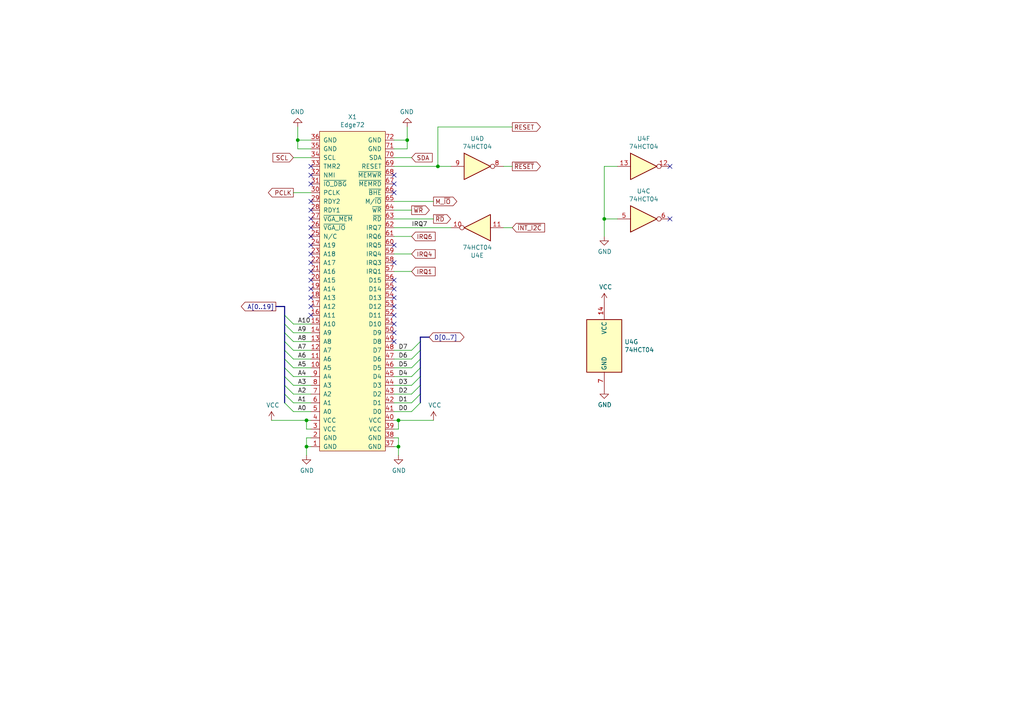
<source format=kicad_sch>
(kicad_sch (version 20230121) (generator eeschema)
  (paper "A4")
  (title_block (title "Mini8086 I/O board") (date "2020-11-05") (rev "1.2"))
  (lib_symbols
    (symbol "74xx:74HC04"
      (property "Reference" "U" (at 0 1.27 0))
      (property "Value" "74HC04" (at 0 -1.27 0))
      (symbol "74HC04_1_0"
        (polyline (pts (xy -3.81 3.81) (xy -3.81 -3.81) (xy 3.81 0) (xy -3.81 3.81)) (stroke (width 0.254)) (fill (type background)))
        (pin input line (at -7.62 0 0) (length 3.81) (name "~") (number "1"))
        (pin output inverted (at 7.62 0 180) (length 3.81) (name "~") (number "2"))
      )
      (symbol "74HC04_2_0"
        (polyline (pts (xy -3.81 3.81) (xy -3.81 -3.81) (xy 3.81 0) (xy -3.81 3.81)) (stroke (width 0.254)) (fill (type background)))
        (pin input line (at -7.62 0 0) (length 3.81) (name "~") (number "3"))
        (pin output inverted (at 7.62 0 180) (length 3.81) (name "~") (number "4"))
      )
      (symbol "74HC04_3_0"
        (polyline (pts (xy -3.81 3.81) (xy -3.81 -3.81) (xy 3.81 0) (xy -3.81 3.81)) (stroke (width 0.254)) (fill (type background)))
        (pin input line (at -7.62 0 0) (length 3.81) (name "~") (number "5"))
        (pin output inverted (at 7.62 0 180) (length 3.81) (name "~") (number "6"))
      )
      (symbol "74HC04_4_0"
        (polyline (pts (xy -3.81 3.81) (xy -3.81 -3.81) (xy 3.81 0) (xy -3.81 3.81)) (stroke (width 0.254)) (fill (type background)))
        (pin output inverted (at 7.62 0 180) (length 3.81) (name "~") (number "8"))
        (pin input line (at -7.62 0 0) (length 3.81) (name "~") (number "9"))
      )
      (symbol "74HC04_5_0"
        (polyline (pts (xy -3.81 3.81) (xy -3.81 -3.81) (xy 3.81 0) (xy -3.81 3.81)) (stroke (width 0.254)) (fill (type background)))
        (pin output inverted (at 7.62 0 180) (length 3.81) (name "~") (number "10"))
        (pin input line (at -7.62 0 0) (length 3.81) (name "~") (number "11"))
      )
      (symbol "74HC04_6_0"
        (polyline (pts (xy -3.81 3.81) (xy -3.81 -3.81) (xy 3.81 0) (xy -3.81 3.81)) (stroke (width 0.254)) (fill (type background)))
        (pin output inverted (at 7.62 0 180) (length 3.81) (name "~") (number "12"))
        (pin input line (at -7.62 0 0) (length 3.81) (name "~") (number "13"))
      )
      (symbol "74HC04_7_0"
        (pin power_in line (at 0 12.7 270) (length 5.08) (name "VCC") (number "14"))
        (pin power_in line (at 0 -12.7 90) (length 5.08) (name "GND") (number "7"))
      )
      (symbol "74HC04_7_1"
        (rectangle (start -5.08 7.62) (end 5.08 -7.62) (stroke (width 0.254)) (fill (type background)))
      )
    )
    (symbol "74xx:74HCT04"
      (property "Reference" "U" (at 0 1.27 0))
      (property "Value" "74HCT04" (at 0 -1.27 0))
      (symbol "74HCT04_1_0"
        (polyline (pts (xy -3.81 3.81) (xy -3.81 -3.81) (xy 3.81 0) (xy -3.81 3.81)) (stroke (width 0.254)) (fill (type background)))
        (pin input line (at -7.62 0 0) (length 3.81) (name "~") (number "1"))
        (pin output inverted (at 7.62 0 180) (length 3.81) (name "~") (number "2"))
      )
      (symbol "74HCT04_2_0"
        (polyline (pts (xy -3.81 3.81) (xy -3.81 -3.81) (xy 3.81 0) (xy -3.81 3.81)) (stroke (width 0.254)) (fill (type background)))
        (pin input line (at -7.62 0 0) (length 3.81) (name "~") (number "3"))
        (pin output inverted (at 7.62 0 180) (length 3.81) (name "~") (number "4"))
      )
      (symbol "74HCT04_3_0"
        (polyline (pts (xy -3.81 3.81) (xy -3.81 -3.81) (xy 3.81 0) (xy -3.81 3.81)) (stroke (width 0.254)) (fill (type background)))
        (pin input line (at -7.62 0 0) (length 3.81) (name "~") (number "5"))
        (pin output inverted (at 7.62 0 180) (length 3.81) (name "~") (number "6"))
      )
      (symbol "74HCT04_4_0"
        (polyline (pts (xy -3.81 3.81) (xy -3.81 -3.81) (xy 3.81 0) (xy -3.81 3.81)) (stroke (width 0.254)) (fill (type background)))
        (pin output inverted (at 7.62 0 180) (length 3.81) (name "~") (number "8"))
        (pin input line (at -7.62 0 0) (length 3.81) (name "~") (number "9"))
      )
      (symbol "74HCT04_5_0"
        (polyline (pts (xy -3.81 3.81) (xy -3.81 -3.81) (xy 3.81 0) (xy -3.81 3.81)) (stroke (width 0.254)) (fill (type background)))
        (pin output inverted (at 7.62 0 180) (length 3.81) (name "~") (number "10"))
        (pin input line (at -7.62 0 0) (length 3.81) (name "~") (number "11"))
      )
      (symbol "74HCT04_6_0"
        (polyline (pts (xy -3.81 3.81) (xy -3.81 -3.81) (xy 3.81 0) (xy -3.81 3.81)) (stroke (width 0.254)) (fill (type background)))
        (pin output inverted (at 7.62 0 180) (length 3.81) (name "~") (number "12"))
        (pin input line (at -7.62 0 0) (length 3.81) (name "~") (number "13"))
      )
      (symbol "74HCT04_7_0"
        (pin power_in line (at 0 12.7 270) (length 5.08) (name "VCC") (number "14"))
        (pin power_in line (at 0 -12.7 90) (length 5.08) (name "GND") (number "7"))
      )
      (symbol "74HCT04_7_1"
        (rectangle (start -5.08 7.62) (end 5.08 -7.62) (stroke (width 0.254)) (fill (type background)))
      )
    )
    (symbol "io_board-rescue:Edge72-Mini8086" (pin_names (offset 1.016))
      (property "Reference" "X" (at 2.54 -49.53 0))
      (property "Value" "Edge72-Mini8086" (at -3.81 -49.53 0))
      (symbol "Edge72-Mini8086_0_1"
        (rectangle (start -8.89 45.72) (end 10.16 -46.99) (fill (type background)))
      )
      (symbol "Edge72-Mini8086_1_1"
        (pin passive line (at -11.43 -45.72 0) (length 2.54) (name "GND") (number "1"))
        (pin bidirectional line (at -11.43 -22.86 0) (length 2.54) (name "A5") (number "10"))
        (pin bidirectional line (at -11.43 -20.32 0) (length 2.54) (name "A6") (number "11"))
        (pin bidirectional line (at -11.43 -17.78 0) (length 2.54) (name "A7") (number "12"))
        (pin bidirectional line (at -11.43 -15.24 0) (length 2.54) (name "A8") (number "13"))
        (pin bidirectional line (at -11.43 -12.7 0) (length 2.54) (name "A9") (number "14"))
        (pin bidirectional line (at -11.43 -10.16 0) (length 2.54) (name "A10") (number "15"))
        (pin bidirectional line (at -11.43 -7.62 0) (length 2.54) (name "A11") (number "16"))
        (pin bidirectional line (at -11.43 -5.08 0) (length 2.54) (name "A12") (number "17"))
        (pin bidirectional line (at -11.43 -2.54 0) (length 2.54) (name "A13") (number "18"))
        (pin bidirectional line (at -11.43 0 0) (length 2.54) (name "A14") (number "19"))
        (pin passive line (at -11.43 -43.18 0) (length 2.54) (name "GND") (number "2"))
        (pin bidirectional line (at -11.43 2.54 0) (length 2.54) (name "A15") (number "20"))
        (pin bidirectional line (at -11.43 5.08 0) (length 2.54) (name "A16") (number "21"))
        (pin bidirectional line (at -11.43 7.62 0) (length 2.54) (name "A17") (number "22"))
        (pin bidirectional line (at -11.43 10.16 0) (length 2.54) (name "A18") (number "23"))
        (pin bidirectional line (at -11.43 12.7 0) (length 2.54) (name "A19") (number "24"))
        (pin no_connect line (at -11.43 15.24 0) (length 2.54) (name "N/C") (number "25"))
        (pin bidirectional line (at -11.43 17.78 0) (length 2.54) (name "~{VGA_IO}") (number "26"))
        (pin bidirectional line (at -11.43 20.32 0) (length 2.54) (name "~{VGA_MEM}") (number "27"))
        (pin passive line (at -11.43 22.86 0) (length 2.54) (name "RDY1") (number "28"))
        (pin passive line (at -11.43 25.4 0) (length 2.54) (name "RDY2") (number "29"))
        (pin passive line (at -11.43 -40.64 0) (length 2.54) (name "VCC") (number "3"))
        (pin passive line (at -11.43 27.94 0) (length 2.54) (name "PCLK") (number "30"))
        (pin passive line (at -11.43 30.48 0) (length 2.54) (name "~{IO_DBG}") (number "31"))
        (pin passive line (at -11.43 33.02 0) (length 2.54) (name "NMI") (number "32"))
        (pin passive line (at -11.43 35.56 0) (length 2.54) (name "TMR2") (number "33"))
        (pin passive line (at -11.43 38.1 0) (length 2.54) (name "SCL") (number "34"))
        (pin passive line (at -11.43 40.64 0) (length 2.54) (name "GND") (number "35"))
        (pin passive line (at -11.43 43.18 0) (length 2.54) (name "GND") (number "36"))
        (pin power_out line (at 12.7 -45.72 180) (length 2.54) (name "GND") (number "37"))
        (pin passive line (at 12.7 -43.18 180) (length 2.54) (name "GND") (number "38"))
        (pin power_out line (at 12.7 -40.64 180) (length 2.54) (name "VCC") (number "39"))
        (pin passive line (at -11.43 -38.1 0) (length 2.54) (name "VCC") (number "4"))
        (pin passive line (at 12.7 -38.1 180) (length 2.54) (name "VCC") (number "40"))
        (pin bidirectional line (at 12.7 -35.56 180) (length 2.54) (name "D0") (number "41"))
        (pin bidirectional line (at 12.7 -33.02 180) (length 2.54) (name "D1") (number "42"))
        (pin bidirectional line (at 12.7 -30.48 180) (length 2.54) (name "D2") (number "43"))
        (pin bidirectional line (at 12.7 -27.94 180) (length 2.54) (name "D3") (number "44"))
        (pin bidirectional line (at 12.7 -25.4 180) (length 2.54) (name "D4") (number "45"))
        (pin bidirectional line (at 12.7 -22.86 180) (length 2.54) (name "D5") (number "46"))
        (pin bidirectional line (at 12.7 -20.32 180) (length 2.54) (name "D6") (number "47"))
        (pin bidirectional line (at 12.7 -17.78 180) (length 2.54) (name "D7") (number "48"))
        (pin bidirectional line (at 12.7 -15.24 180) (length 2.54) (name "D8") (number "49"))
        (pin bidirectional line (at -11.43 -35.56 0) (length 2.54) (name "A0") (number "5"))
        (pin bidirectional line (at 12.7 -12.7 180) (length 2.54) (name "D9") (number "50"))
        (pin bidirectional line (at 12.7 -10.16 180) (length 2.54) (name "D10") (number "51"))
        (pin bidirectional line (at 12.7 -7.62 180) (length 2.54) (name "D11") (number "52"))
        (pin bidirectional line (at 12.7 -5.08 180) (length 2.54) (name "D12") (number "53"))
        (pin bidirectional line (at 12.7 -2.54 180) (length 2.54) (name "D13") (number "54"))
        (pin bidirectional line (at 12.7 0 180) (length 2.54) (name "D14") (number "55"))
        (pin bidirectional line (at 12.7 2.54 180) (length 2.54) (name "D15") (number "56"))
        (pin passive line (at 12.7 5.08 180) (length 2.54) (name "IRQ1") (number "57"))
        (pin passive line (at 12.7 7.62 180) (length 2.54) (name "IRQ3") (number "58"))
        (pin passive line (at 12.7 10.16 180) (length 2.54) (name "IRQ4") (number "59"))
        (pin bidirectional line (at -11.43 -33.02 0) (length 2.54) (name "A1") (number "6"))
        (pin passive line (at 12.7 12.7 180) (length 2.54) (name "IRQ5") (number "60"))
        (pin passive line (at 12.7 15.24 180) (length 2.54) (name "IRQ6") (number "61"))
        (pin passive line (at 12.7 17.78 180) (length 2.54) (name "IRQ7") (number "62"))
        (pin bidirectional line (at 12.7 20.32 180) (length 2.54) (name "~{RD}") (number "63"))
        (pin bidirectional line (at 12.7 22.86 180) (length 2.54) (name "~{WR}") (number "64"))
        (pin bidirectional line (at 12.7 25.4 180) (length 2.54) (name "M/~{IO}") (number "65"))
        (pin bidirectional line (at 12.7 27.94 180) (length 2.54) (name "~{BHE}") (number "66"))
        (pin bidirectional line (at 12.7 30.48 180) (length 2.54) (name "~{MEMRD}") (number "67"))
        (pin bidirectional line (at 12.7 33.02 180) (length 2.54) (name "~{MEMWR}") (number "68"))
        (pin passive line (at 12.7 35.56 180) (length 2.54) (name "RESET") (number "69"))
        (pin bidirectional line (at -11.43 -30.48 0) (length 2.54) (name "A2") (number "7"))
        (pin passive line (at 12.7 38.1 180) (length 2.54) (name "SDA") (number "70"))
        (pin passive line (at 12.7 40.64 180) (length 2.54) (name "GND") (number "71"))
        (pin passive line (at 12.7 43.18 180) (length 2.54) (name "GND") (number "72"))
        (pin bidirectional line (at -11.43 -27.94 0) (length 2.54) (name "A3") (number "8"))
        (pin bidirectional line (at -11.43 -25.4 0) (length 2.54) (name "A4") (number "9"))
      )
    )
    (symbol "power:GND" (power) (pin_names (offset 0))
      (property "Value" "GND" (at 0 -3.81 0))
      (symbol "GND_0_1"
        (polyline (pts (xy 0 0) (xy 0 -1.27) (xy 1.27 -1.27) (xy 0 -2.54) (xy -1.27 -1.27) (xy 0 -1.27)))
      )
      (symbol "GND_1_1"
        (pin power_in line (at 0 0 270) (length 0) hide (name "GND") (number "1"))
      )
    )
    (symbol "power:VCC" (power) (pin_names (offset 0))
      (property "Value" "VCC" (at 0 3.81 0))
      (symbol "VCC_0_1"
        (polyline (pts (xy -0.762 1.27) (xy 0 2.54)))
        (polyline (pts (xy 0 0) (xy 0 2.54)))
        (polyline (pts (xy 0 2.54) (xy 0.762 1.27)))
      )
      (symbol "VCC_1_1"
        (pin power_in line (at 0 0 90) (length 0) hide (name "VCC") (number "1"))
      )
    )
  )
  (junction (at 88.9 121.92))
  (junction (at 115.57 121.92))
  (junction (at 115.57 129.54))
  (junction (at 127 48.26))
  (junction (at 175.26 63.5))
  (junction (at 88.9 129.54))
  (junction (at 118.11 40.64))
  (junction (at 86.36 40.64))
  (no_connect (at 90.17 71.12))
  (no_connect (at 90.17 53.34))
  (no_connect (at 90.17 88.9))
  (no_connect (at 194.31 48.26))
  (no_connect (at 90.17 81.28))
  (no_connect (at 114.3 99.06))
  (no_connect (at 90.17 73.66))
  (no_connect (at 114.3 76.2))
  (no_connect (at 114.3 71.12))
  (no_connect (at 90.17 48.26))
  (no_connect (at 90.17 50.8))
  (no_connect (at 194.31 63.5))
  (no_connect (at 90.17 91.44))
  (no_connect (at 114.3 91.44))
  (no_connect (at 114.3 93.98))
  (no_connect (at 114.3 88.9))
  (no_connect (at 90.17 60.96))
  (no_connect (at 114.3 86.36))
  (no_connect (at 90.17 76.2))
  (no_connect (at 114.3 96.52))
  (no_connect (at 90.17 63.5))
  (no_connect (at 90.17 66.04))
  (no_connect (at 90.17 58.42))
  (no_connect (at 114.3 50.8))
  (no_connect (at 90.17 83.82))
  (no_connect (at 114.3 83.82))
  (no_connect (at 114.3 55.88))
  (no_connect (at 90.17 78.74))
  (no_connect (at 90.17 86.36))
  (no_connect (at 90.17 68.58))
  (no_connect (at 114.3 53.34))
  (no_connect (at 114.3 81.28))
  (bus_entry (at 85.09 106.68) (size -2.54 -2.54))
  (bus_entry (at 85.09 101.6) (size -2.54 -2.54))
  (bus_entry (at 85.09 104.14) (size -2.54 -2.54))
  (bus_entry (at 119.38 106.68) (size 2.54 -2.54))
  (bus_entry (at 119.38 116.84) (size 2.54 -2.54))
  (bus_entry (at 85.09 114.3) (size -2.54 -2.54))
  (bus_entry (at 119.38 111.76) (size 2.54 -2.54))
  (bus_entry (at 119.38 119.38) (size 2.54 -2.54))
  (bus_entry (at 119.38 109.22) (size 2.54 -2.54))
  (bus_entry (at 85.09 109.22) (size -2.54 -2.54))
  (bus_entry (at 85.09 116.84) (size -2.54 -2.54))
  (bus_entry (at 85.09 119.38) (size -2.54 -2.54))
  (bus_entry (at 119.38 104.14) (size 2.54 -2.54))
  (bus_entry (at 85.09 93.98) (size -2.54 -2.54))
  (bus_entry (at 119.38 101.6) (size 2.54 -2.54))
  (bus_entry (at 85.09 99.06) (size -2.54 -2.54))
  (bus_entry (at 85.09 111.76) (size -2.54 -2.54))
  (bus_entry (at 85.09 96.52) (size -2.54 -2.54))
  (bus_entry (at 119.38 114.3) (size 2.54 -2.54))
  (wire (pts (xy 90.17 93.98) (xy 85.09 93.98)))
  (wire (pts (xy 114.3 48.26) (xy 127 48.26)))
  (wire (pts (xy 148.59 36.83) (xy 127 36.83)))
  (wire (pts (xy 90.17 40.64) (xy 86.36 40.64)))
  (wire (pts (xy 119.38 101.6) (xy 114.3 101.6)))
  (wire (pts (xy 119.38 114.3) (xy 114.3 114.3)))
  (wire (pts (xy 114.3 63.5) (xy 125.73 63.5)))
  (wire (pts (xy 85.09 109.22) (xy 90.17 109.22)))
  (bus (pts (xy 82.55 88.9) (xy 80.01 88.9)))
  (wire (pts (xy 90.17 116.84) (xy 85.09 116.84)))
  (bus (pts (xy 121.92 97.79) (xy 124.46 97.79)))
  (wire (pts (xy 119.38 106.68) (xy 114.3 106.68)))
  (wire (pts (xy 114.3 43.18) (xy 118.11 43.18)))
  (wire (pts (xy 86.36 43.18) (xy 86.36 40.64)))
  (bus (pts (xy 121.92 114.3) (xy 121.92 116.84)))
  (bus (pts (xy 121.92 106.68) (xy 121.92 109.22)))
  (wire (pts (xy 85.09 99.06) (xy 90.17 99.06)))
  (wire (pts (xy 90.17 127) (xy 88.9 127)))
  (wire (pts (xy 114.3 121.92) (xy 115.57 121.92)))
  (bus (pts (xy 82.55 91.44) (xy 82.55 93.98)))
  (wire (pts (xy 88.9 121.92) (xy 88.9 124.46)))
  (wire (pts (xy 114.3 127) (xy 115.57 127)))
  (bus (pts (xy 121.92 111.76) (xy 121.92 114.3)))
  (bus (pts (xy 82.55 99.06) (xy 82.55 101.6)))
  (wire (pts (xy 85.09 114.3) (xy 90.17 114.3)))
  (wire (pts (xy 114.3 119.38) (xy 119.38 119.38)))
  (wire (pts (xy 115.57 127) (xy 115.57 129.54)))
  (wire (pts (xy 114.3 60.96) (xy 119.38 60.96)))
  (wire (pts (xy 125.73 121.92) (xy 115.57 121.92)))
  (bus (pts (xy 82.55 114.3) (xy 82.55 116.84)))
  (wire (pts (xy 85.09 104.14) (xy 90.17 104.14)))
  (bus (pts (xy 121.92 109.22) (xy 121.92 111.76)))
  (wire (pts (xy 127 36.83) (xy 127 48.26)))
  (wire (pts (xy 118.11 43.18) (xy 118.11 40.64)))
  (wire (pts (xy 179.07 63.5) (xy 175.26 63.5)))
  (bus (pts (xy 82.55 93.98) (xy 82.55 96.52)))
  (bus (pts (xy 82.55 88.9) (xy 82.55 91.44)))
  (wire (pts (xy 130.81 66.04) (xy 114.3 66.04)))
  (wire (pts (xy 90.17 121.92) (xy 88.9 121.92)))
  (wire (pts (xy 115.57 121.92) (xy 115.57 124.46)))
  (wire (pts (xy 85.09 111.76) (xy 90.17 111.76)))
  (wire (pts (xy 119.38 109.22) (xy 114.3 109.22)))
  (wire (pts (xy 90.17 129.54) (xy 88.9 129.54)))
  (bus (pts (xy 82.55 101.6) (xy 82.55 104.14)))
  (wire (pts (xy 90.17 124.46) (xy 88.9 124.46)))
  (wire (pts (xy 118.11 40.64) (xy 118.11 36.83)))
  (wire (pts (xy 85.09 106.68) (xy 90.17 106.68)))
  (wire (pts (xy 78.74 121.92) (xy 88.9 121.92)))
  (wire (pts (xy 127 48.26) (xy 130.81 48.26)))
  (wire (pts (xy 88.9 129.54) (xy 88.9 132.08)))
  (bus (pts (xy 82.55 109.22) (xy 82.55 111.76)))
  (bus (pts (xy 121.92 97.79) (xy 121.92 99.06)))
  (bus (pts (xy 82.55 106.68) (xy 82.55 109.22)))
  (bus (pts (xy 82.55 96.52) (xy 82.55 99.06)))
  (wire (pts (xy 85.09 101.6) (xy 90.17 101.6)))
  (bus (pts (xy 121.92 101.6) (xy 121.92 104.14)))
  (wire (pts (xy 114.3 40.64) (xy 118.11 40.64)))
  (wire (pts (xy 125.73 58.42) (xy 114.3 58.42)))
  (wire (pts (xy 119.38 111.76) (xy 114.3 111.76)))
  (bus (pts (xy 82.55 104.14) (xy 82.55 106.68)))
  (wire (pts (xy 86.36 40.64) (xy 86.36 36.83)))
  (wire (pts (xy 119.38 78.74) (xy 114.3 78.74)))
  (wire (pts (xy 179.07 48.26) (xy 175.26 48.26)))
  (wire (pts (xy 175.26 63.5) (xy 175.26 68.58)))
  (wire (pts (xy 175.26 48.26) (xy 175.26 63.5)))
  (wire (pts (xy 85.09 96.52) (xy 90.17 96.52)))
  (wire (pts (xy 90.17 55.88) (xy 85.09 55.88)))
  (wire (pts (xy 88.9 127) (xy 88.9 129.54)))
  (wire (pts (xy 114.3 45.72) (xy 119.38 45.72)))
  (wire (pts (xy 85.09 45.72) (xy 90.17 45.72)))
  (wire (pts (xy 90.17 119.38) (xy 85.09 119.38)))
  (wire (pts (xy 119.38 116.84) (xy 114.3 116.84)))
  (wire (pts (xy 114.3 129.54) (xy 115.57 129.54)))
  (wire (pts (xy 114.3 124.46) (xy 115.57 124.46)))
  (bus (pts (xy 82.55 111.76) (xy 82.55 114.3)))
  (wire (pts (xy 119.38 68.58) (xy 114.3 68.58)))
  (wire (pts (xy 90.17 43.18) (xy 86.36 43.18)))
  (bus (pts (xy 121.92 104.14) (xy 121.92 106.68)))
  (wire (pts (xy 119.38 104.14) (xy 114.3 104.14)))
  (bus (pts (xy 121.92 99.06) (xy 121.92 101.6)))
  (wire (pts (xy 146.05 66.04) (xy 148.59 66.04)))
  (wire (pts (xy 146.05 48.26) (xy 148.59 48.26)))
  (wire (pts (xy 115.57 129.54) (xy 115.57 132.08)))
  (wire (pts (xy 119.38 73.66) (xy 114.3 73.66)))
  (label "A4" (at 86.36 109.22 0))
  (label "A0" (at 86.36 119.38 0))
  (label "D6" (at 115.57 104.14 0))
  (label "A6" (at 86.36 104.14 0))
  (label "D5" (at 115.57 106.68 0))
  (label "A7" (at 86.36 101.6 0))
  (label "D2" (at 115.57 114.3 0))
  (label "A10" (at 86.36 93.98 0))
  (label "A9" (at 86.36 96.52 0))
  (label "A5" (at 86.36 106.68 0))
  (label "A8" (at 86.36 99.06 0))
  (label "D3" (at 115.57 111.76 0))
  (label "D4" (at 115.57 109.22 0))
  (label "D0" (at 115.57 119.38 0))
  (label "IRQ7" (at 119.38 66.04 0))
  (label "D1" (at 115.57 116.84 0))
  (label "A3" (at 86.36 111.76 0))
  (label "A2" (at 86.36 114.3 0))
  (label "A1" (at 86.36 116.84 0))
  (label "D7" (at 115.57 101.6 0))
  (global_label "A[0..19]" (shape output) (at 80.01 88.9 180) (property "Intersheetrefs" "${INTERSHEET_REFS}" (effects hide)))
  (global_label "D[0..7]" (shape bidirectional) (at 124.46 97.79 0) (property "Intersheetrefs" "${INTERSHEET_REFS}" (effects hide)))
  (global_label "PCLK" (shape output) (at 85.09 55.88 180) (property "Intersheetrefs" "${INTERSHEET_REFS}" (effects hide)))
  (global_label "M_~{IO}" (shape output) (at 125.73 58.42 0) (property "Intersheetrefs" "${INTERSHEET_REFS}" (effects hide)))
  (global_label "IRQ4" (shape input) (at 119.38 73.66 0) (property "Intersheetrefs" "${INTERSHEET_REFS}" (effects hide)))
  (global_label "IRQ1" (shape input) (at 119.38 78.74 0) (property "Intersheetrefs" "${INTERSHEET_REFS}" (effects hide)))
  (global_label "~{RD}" (shape output) (at 125.73 63.5 0) (property "Intersheetrefs" "${INTERSHEET_REFS}" (effects hide)))
  (global_label "SCL" (shape input) (at 85.09 45.72 180) (property "Intersheetrefs" "${INTERSHEET_REFS}" (effects hide)))
  (global_label "~{WR}" (shape output) (at 119.38 60.96 0) (property "Intersheetrefs" "${INTERSHEET_REFS}" (effects hide)))
  (global_label "~{INT_I2C}" (shape input) (at 148.59 66.04 0) (property "Intersheetrefs" "${INTERSHEET_REFS}" (effects hide)))
  (global_label "~{RESET}" (shape output) (at 148.59 48.26 0) (property "Intersheetrefs" "${INTERSHEET_REFS}" (effects hide)))
  (global_label "SDA" (shape input) (at 119.38 45.72 0) (property "Intersheetrefs" "${INTERSHEET_REFS}" (effects hide)))
  (global_label "RESET" (shape output) (at 148.59 36.83 0) (property "Intersheetrefs" "${INTERSHEET_REFS}" (effects hide)))
  (global_label "IRQ6" (shape input) (at 119.38 68.58 0) (property "Intersheetrefs" "${INTERSHEET_REFS}" (effects hide)))
  (symbol (lib_id "power:GND") (at 115.57 132.08 0) (unit 1)
    (property "Reference" "#PWR023" (effects hide))
    (property "Value" "GND" (at 115.697 136.4742 0))
  )
  (symbol (lib_id "power:GND") (at 88.9 132.08 0) (unit 1)
    (property "Reference" "#PWR022" (effects hide))
    (property "Value" "GND" (at 89.027 136.4742 0))
  )
  (symbol (lib_id "power:VCC") (at 78.74 121.92 0) (unit 1)
    (property "Reference" "#PWR020" (effects hide))
    (property "Value" "VCC" (at 79.121 117.5258 0))
  )
  (symbol (lib_id "power:VCC") (at 125.73 121.92 0) (unit 1)
    (property "Reference" "#PWR025" (effects hide))
    (property "Value" "VCC" (at 126.111 117.5258 0))
  )
  (symbol (lib_id "power:GND") (at 118.11 36.83 180) (unit 1)
    (property "Reference" "#PWR024" (effects hide))
    (property "Value" "GND" (at 117.983 32.4358 0))
  )
  (symbol (lib_id "power:GND") (at 86.36 36.83 180) (unit 1)
    (property "Reference" "#PWR021" (effects hide))
    (property "Value" "GND" (at 86.233 32.4358 0))
  )
  (symbol (lib_id "74xx:74HC04") (at 138.43 48.26 0) (unit 4)
    (property "Reference" "U4" (at 138.43 40.2082 0))
    (property "Value" "74HCT04" (at 138.43 42.5196 0))
    (property "Footprint" "Package_SO:SOIC-14_3.9x8.7mm_P1.27mm" (effects hide))
    (property "Datasheet" "https://assets.nexperia.com/documents/data-sheet/74HC_HCT04.pdf" (effects hide))
  )
  (symbol (lib_id "74xx:74HC04") (at 138.43 66.04 180) (unit 5)
    (property "Reference" "U4" (at 138.43 74.0918 0))
    (property "Value" "74HCT04" (at 138.43 71.7804 0))
    (property "Footprint" "Package_SO:SOIC-14_3.9x8.7mm_P1.27mm" (effects hide))
    (property "Datasheet" "https://assets.nexperia.com/documents/data-sheet/74HC_HCT04.pdf" (effects hide))
  )
  (symbol (lib_id "74xx:74HC04") (at 186.69 48.26 0) (unit 6)
    (property "Reference" "U4" (at 186.69 40.2082 0))
    (property "Value" "74HCT04" (at 186.69 42.5196 0))
    (property "Footprint" "Package_SO:SOIC-14_3.9x8.7mm_P1.27mm" (effects hide))
    (property "Datasheet" "https://assets.nexperia.com/documents/data-sheet/74HC_HCT04.pdf" (effects hide))
  )
  (symbol (lib_id "74xx:74HC04") (at 175.26 100.33 0) (unit 7)
    (property "Reference" "U4" (at 181.102 99.1616 0) (effects (justify left)))
    (property "Value" "74HCT04" (at 181.102 101.473 0) (effects (justify left)))
    (property "Footprint" "Package_SO:SOIC-14_3.9x8.7mm_P1.27mm" (effects hide))
    (property "Datasheet" "https://assets.nexperia.com/documents/data-sheet/74HC_HCT04.pdf" (effects hide))
  )
  (symbol (lib_id "power:GND") (at 175.26 113.03 0) (unit 1)
    (property "Reference" "#PWR059" (effects hide))
    (property "Value" "GND" (at 175.387 117.4242 0))
  )
  (symbol (lib_id "power:VCC") (at 175.26 87.63 0) (unit 1)
    (property "Reference" "#PWR058" (effects hide))
    (property "Value" "VCC" (at 175.641 83.2358 0))
  )
  (symbol (lib_id "power:GND") (at 175.26 68.58 0) (unit 1)
    (property "Reference" "#PWR057" (effects hide))
    (property "Value" "GND" (at 175.387 72.9742 0))
  )
  (symbol (lib_id "io_board-rescue:Edge72-Mini8086") (at 101.6 83.82 0) (unit 1)
    (property "Reference" "X1" (at 102.235 33.909 0))
    (property "Value" "Edge72" (at 102.235 36.2204 0))
    (property "Footprint" "Mini8086:BUS_72" (effects hide))
  )
  (symbol (lib_id "74xx:74HCT04") (at 186.69 63.5 0) (unit 3)
    (property "Reference" "U4" (at 186.69 55.4482 0))
    (property "Value" "74HCT04" (at 186.69 57.7596 0))
    (property "Footprint" "Package_SO:SOIC-14_3.9x8.7mm_P1.27mm" (effects hide))
    (property "Datasheet" "https://assets.nexperia.com/documents/data-sheet/74HC_HCT04.pdf" (effects hide))
  )
)
</source>
